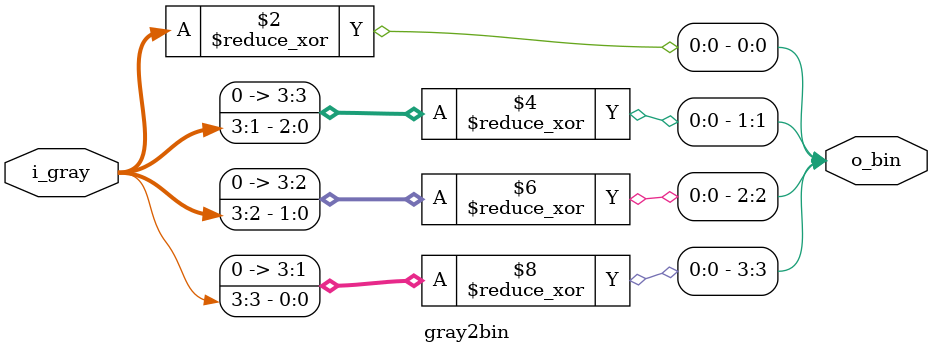
<source format=sv>
module gray2bin #(
    parameter integer Width = 4
) (
    input  [Width-1:0] i_gray,
    output [Width-1:0] o_bin
);

  genvar i;
  for (i = 0; i < Width; i++) begin : g_g2b
    assign o_bin[i] = ^(i_gray >> i);
  end


endmodule

</source>
